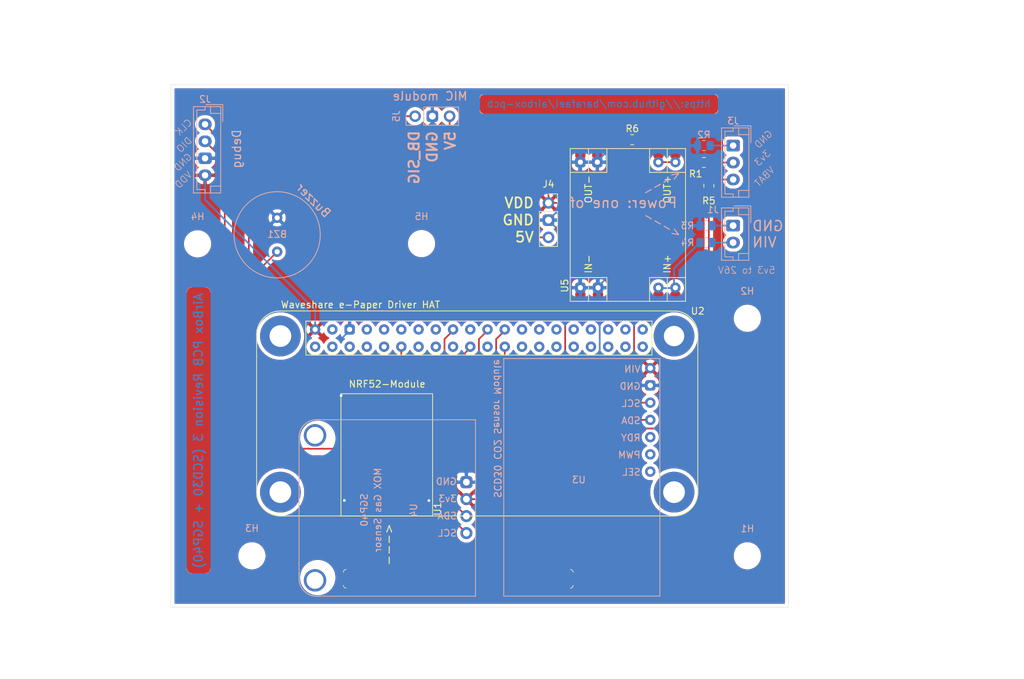
<source format=kicad_pcb>
(kicad_pcb (version 20171130) (host pcbnew 5.1.10)
  (layers (0 F.Cu signal) (31 B.Cu signal) (34 B.Paste user) (35 F.Paste user) (36 B.SilkS user) (37 F.SilkS user) (38 B.Mask user) (39 F.Mask user) (44 Edge.Cuts user))
  (net 0 "")
  (net 1 "Net-(U1-Pad48)")
  (net 2 "Net-(U1-Pad47)")
  (net 3 "Net-(U1-Pad46)")
  (net 4 "Net-(U1-Pad45)")
  (net 5 "Net-(U1-Pad34)")
  (net 6 "Net-(U1-Pad31)")
  (net 7 "Net-(U1-Pad30)")
  (net 8 "Net-(U1-Pad29)")
  (net 9 "Net-(U1-Pad28)")
  (net 10 "Net-(U1-Pad27)")
  (net 11 "Net-(U1-Pad26)")
  (net 12 "Net-(U1-Pad25)")
  (net 13 "Net-(U1-Pad24)")
  (net 14 "Net-(U1-Pad23)")
  (net 15 "Net-(U1-Pad22)")
  (net 16 "Net-(U1-Pad21)")
  (net 17 "Net-(U1-Pad20)")
  (net 18 "Net-(U1-Pad19)")
  (net 19 "Net-(U1-Pad18)")
  (net 20 "Net-(U1-Pad17)")
  (net 21 "Net-(U1-Pad16)")
  (net 22 "Net-(U1-Pad15)")
  (net 23 "Net-(U1-Pad14)")
  (net 24 "Net-(U1-Pad7)")
  (net 25 "Net-(U1-Pad6)")
  (net 26 GND)
  (net 27 CS)
  (net 28 DIN)
  (net 29 CLK)
  (net 30 SWDCLK)
  (net 31 SWDIO)
  (net 32 DC)
  (net 33 BUSY)
  (net 34 RST)
  (net 35 VDD)
  (net 36 "Net-(U3-Pad7)")
  (net 37 "Net-(U3-Pad6)")
  (net 38 "Net-(U3-Pad5)")
  (net 39 SCL_SCD30)
  (net 40 SDA_SCD30)
  (net 41 SCL_SGP40)
  (net 42 SDA_SGP40)
  (net 43 VIN)
  (net 44 VBAT)
  (net 45 "Net-(U1-Pad11)")
  (net 46 "Net-(U1-Pad10)")
  (net 47 "Net-(U1-Pad39)")
  (net 48 "Net-(U1-Pad41)")
  (net 49 "Net-(U1-Pad36)")
  (net 50 "Net-(U1-Pad40)")
  (net 51 "Net-(U1-Pad35)")
  (net 52 "Net-(U1-Pad9)")
  (net 53 "Net-(J3-Pad2)")
  (net 54 "Net-(J1-Pad2)")
  (net 55 "Net-(J1-Pad1)")
  (net 56 "Net-(J3-Pad1)")
  (net 57 BUZ_SIG)
  (net 58 5V)
  (net 59 "Net-(U1-Pad8)")
  (net 60 "Net-(U1-Pad12)")
  (net 61 "Net-(U1-Pad13)")
  (net 62 DB_SIG)
  (net 63 "Net-(J3-Pad3)")
  (net 64 "Net-(R6-Pad1)")
  (module sgp40-adafruit-breakout:sgp40-sparkx-breakout (layer B.Cu) (at 154.84 143.04 90)
    (fp_text reference U4 (at 12.65 -9.13 -90) (layer B.SilkS) (effects (justify mirror)))
    (fp_text value SGP40)
    (fp_text user GND (at 16.9 -4.3 180) (layer B.SilkS) (effects (justify mirror)))
    (fp_text user 3v3 (at 14.366666 -4.109524 180) (layer B.SilkS) (effects (justify mirror)))
    (fp_text user SDA (at 11.833333 -4.180952 180) (layer B.SilkS) (effects (justify mirror)))
    (fp_text user SCL (at 9.3 -4.157143) (layer B.SilkS) (effects (justify mirror)))
    (fp_text user SGP40 (at 12.7 -16.4 -90) (layer B.SilkS) (effects (justify mirror)))
    (fp_text user "MOX Gas Sensor" (at 12.7 -14.4 -90) (layer B.SilkS) (effects (justify mirror)))
    (pad M1 thru_hole circle (at 2.3389 -23.6464 270) (size 3.3 3.3) (drill 2.5) (layers *.Cu *.Mask))
    (pad M2 thru_hole circle (at 23.7 -23.6464 270) (size 3.3 3.3) (drill 2.5) (layers *.Cu *.Mask))
    (pad 1 thru_hole roundrect (at 16.8 -1.3464 270) (size 1.778 1.778) (drill 1) (layers *.Cu *.Mask) (net 26 GND))
    (pad 2 thru_hole circle (at 14.3 -1.3464 270) (size 1.778 1.778) (drill 1) (layers *.Cu *.Mask) (net 35 VDD))
    (pad 3 thru_hole circle (at 11.8 -1.3464 270) (size 1.778 1.778) (drill 1) (layers *.Cu *.Mask) (net 42 SDA_SGP40))
    (pad 4 thru_hole circle (at 9.3 -1.3464 270) (size 1.778 1.778) (drill 1) (layers *.Cu *.Mask) (net 41 SCL_SGP40))
  )
  (module ils-dcdc:ils-3v3dcdc (layer F.Cu) (at 168.79 99.59 90)
    (fp_text reference U5 (at 2.3 -0.8 90) (layer F.SilkS))
    (fp_text value ils-dcdc)
    (fp_text user OUT+ (at 16.5 14.3 90) (layer F.SilkS))
    (fp_text user IN+ (at 5.5 14.3 90) (layer F.SilkS))
    (fp_text user OUT- (at 16.5 2.7 90) (layer F.SilkS))
    (fp_text user IN- (at 5.5 2.7 90) (layer F.SilkS))
    (pad 4 smd roundrect (at 22 4 90) (size 1.9 1.524) (layers F.Cu F.Paste F.Mask) (net 26 GND))
    (pad 3 smd roundrect (at 22 15.5 90) (size 1.9 1.524) (layers F.Cu F.Paste F.Mask) (net 64 "Net-(R6-Pad1)"))
    (pad 1 smd roundrect (at 0.5 15.5 90) (size 1.9 1.524) (layers F.Cu F.Paste F.Mask) (net 43 VIN))
    (pad 1 smd roundrect (at 0.5 13 90) (size 1.9 1.524) (layers F.Cu F.Paste F.Mask) (net 43 VIN))
    (pad 2 smd roundrect (at 0.5 4.1 90) (size 1.9 1.524) (layers F.Cu F.Paste F.Mask) (net 26 GND))
    (pad 2 smd roundrect (at 0.5 1.5 90) (size 1.9 1.524) (layers F.Cu F.Paste F.Mask) (net 26 GND))
    (pad 4 smd roundrect (at 22 1.5 90) (size 1.9 1.524) (layers F.Cu F.Paste F.Mask) (net 26 GND))
    (pad 3 smd roundrect (at 22 13 90) (size 1.9 1.524) (layers F.Cu F.Paste F.Mask) (net 64 "Net-(R6-Pad1)"))
    (pad 3 thru_hole circle (at 20.5 15.5 90) (size 1.524 1.524) (drill 0.762) (layers *.Cu *.Mask) (net 64 "Net-(R6-Pad1)"))
    (pad 4 thru_hole roundrect (at 20.5 4 90) (size 1.524 1.524) (drill 0.762) (layers *.Cu *.Mask) (net 26 GND))
    (pad 4 thru_hole roundrect (at 20.5 1.5 90) (size 1.524 1.524) (drill 0.762) (layers *.Cu *.Mask) (net 26 GND))
    (pad 3 thru_hole circle (at 20.5 13 90) (size 1.524 1.524) (drill 0.762) (layers *.Cu *.Mask) (net 64 "Net-(R6-Pad1)"))
    (pad 1 thru_hole circle (at 2 15.5 90) (size 1.524 1.524) (drill 0.762) (layers *.Cu *.Mask) (net 43 VIN))
    (pad 1 thru_hole circle (at 2 13 90) (size 1.524 1.524) (drill 0.762) (layers *.Cu *.Mask) (net 43 VIN))
    (pad 2 thru_hole roundrect (at 2 4.1 90) (size 1.524 1.524) (drill 0.762) (layers *.Cu *.Mask) (net 26 GND))
    (pad 2 thru_hole roundrect (at 2 1.5 90) (size 1.524 1.524) (drill 0.762) (layers *.Cu *.Mask) (net 26 GND))
  )
  (module Resistor_SMD:R_0805_2012Metric (layer F.Cu) (at 177.92 75.78 180)
    (fp_text reference R6 (at -0.02 1.63) (layer F.SilkS))
    (fp_text value 0)
    (pad 2 smd roundrect (at 0.9125 0 180) (size 1.025 1.4) (layers F.Cu F.Paste F.Mask) (roundrect_rratio 0.243902) (net 35 VDD))
    (pad 1 smd roundrect (at -0.9125 0 180) (size 1.025 1.4) (layers F.Cu F.Paste F.Mask) (roundrect_rratio 0.243902) (net 64 "Net-(R6-Pad1)"))
  )
  (module MountingHole:MountingHole_3mm (layer F.Cu) (at 146.89 91.09)
    (fp_text reference H5 (at 0 -4) (layer B.SilkS) (effects (justify mirror)))
    (fp_text value MountingHole)
    (pad 1 np_thru_hole circle (at 0 0) (size 3 3) (drill 3) (layers *.Cu *.Mask))
  )
  (module sensirion-scd30:scd30 (layer B.Cu) (at 182 143.03 180)
    (fp_text reference U3 (at 11.93 17.135) (layer B.SilkS) (effects (justify mirror)))
    (fp_text value SCD30)
    (fp_text user SEL (at 4.192857 18.27 180) (layer B.SilkS) (effects (justify mirror)))
    (fp_text user PWM (at 4.502381 20.8 180) (layer B.SilkS) (effects (justify mirror)))
    (fp_text user RDY (at 4.288095 23.33 180) (layer B.SilkS) (effects (justify mirror)))
    (fp_text user SDA (at 4.264286 25.86 180) (layer B.SilkS) (effects (justify mirror)))
    (fp_text user SCL (at 4.240476 28.39 180) (layer B.SilkS) (effects (justify mirror)))
    (fp_text user GND (at 4.383333 30.92 180) (layer B.SilkS) (effects (justify mirror)))
    (fp_text user VIN (at 4.05 33.45 180) (layer B.SilkS) (effects (justify mirror)))
    (fp_text user "SCD30 CO2 Sensor Module" (at 23.93 24.7 -90 unlocked) (layer B.SilkS) (effects (justify mirror)))
    (pad 4 thru_hole circle (at 1.41 25.97 180) (size 1.524 1.524) (drill 0.8) (layers *.Cu *.Mask) (net 40 SDA_SCD30))
    (pad 5 thru_hole circle (at 1.41 23.43 180) (size 1.524 1.524) (drill 0.8) (layers *.Cu *.Mask) (net 38 "Net-(U3-Pad5)"))
    (pad 3 thru_hole circle (at 1.41 28.51 180) (size 1.524 1.524) (drill 0.8) (layers *.Cu *.Mask) (net 39 SCL_SCD30))
    (pad 2 thru_hole roundrect (at 1.41 31.05 180) (size 1.524 1.524) (drill 0.8) (layers *.Cu *.Mask) (net 26 GND))
    (pad 7 thru_hole circle (at 1.41 18.35 180) (size 1.524 1.524) (drill 0.8) (layers *.Cu *.Mask) (net 36 "Net-(U3-Pad7)"))
    (pad 6 thru_hole circle (at 1.41 20.89 180) (size 1.524 1.524) (drill 0.8) (layers *.Cu *.Mask) (net 37 "Net-(U3-Pad6)"))
    (pad 1 thru_hole circle (at 1.41 33.59 180) (size 1.524 1.524) (drill 0.8) (layers *.Cu *.Mask) (net 35 VDD))
  )
  (module waveshare-epaper-module:epaper-module (layer F.Cu) (at 187.59 101.01 180)
    (fp_text reference U2 (at 0.011 -0.0185) (layer F.SilkS))
    (fp_text value epaper-module)
    (fp_text user "Waveshare e-Paper Driver HAT" (at 49.7 0.92) (layer F.SilkS))
    (pad "" np_thru_hole circle (at 3.5 -3.7 270) (size 6 6) (drill 3) (layers *.Cu *.Mask))
    (pad "" thru_hole circle (at 56.38 -5.27 270) (size 1.524 1.524) (drill 0.762) (layers *.Cu *.Mask))
    (pad 8 thru_hole circle (at 56.38 -2.73 270) (size 1.524 1.524) (drill 0.762) (layers *.Cu *.Mask) (net 35 VDD))
    (pad "" thru_hole circle (at 53.84 -5.27 270) (size 1.524 1.524) (drill 0.762) (layers *.Cu *.Mask))
    (pad "" thru_hole circle (at 53.84 -2.73 270) (size 1.524 1.524) (drill 0.762) (layers *.Cu *.Mask))
    (pad "" thru_hole circle (at 51.3 -5.27 270) (size 1.524 1.524) (drill 0.762) (layers *.Cu *.Mask))
    (pad 7 thru_hole roundrect (at 51.3 -2.73 270) (size 1.524 1.524) (drill 0.762) (layers *.Cu *.Mask) (net 26 GND))
    (pad "" thru_hole circle (at 48.76 -5.27 270) (size 1.524 1.524) (drill 0.762) (layers *.Cu *.Mask))
    (pad "" thru_hole circle (at 48.76 -2.73 270) (size 1.524 1.524) (drill 0.762) (layers *.Cu *.Mask))
    (pad "" thru_hole circle (at 46.22 -5.27 270) (size 1.524 1.524) (drill 0.762) (layers *.Cu *.Mask))
    (pad "" thru_hole circle (at 46.22 -2.73 270) (size 1.524 1.524) (drill 0.762) (layers *.Cu *.Mask))
    (pad 2 thru_hole circle (at 43.68 -5.27 270) (size 1.524 1.524) (drill 0.762) (layers *.Cu *.Mask) (net 34 RST))
    (pad "" thru_hole circle (at 43.68 -2.73 270) (size 1.524 1.524) (drill 0.762) (layers *.Cu *.Mask))
    (pad "" thru_hole circle (at 41.14 -5.27 270) (size 1.524 1.524) (drill 0.762) (layers *.Cu *.Mask))
    (pad "" thru_hole circle (at 41.14 -2.73 270) (size 1.524 1.524) (drill 0.762) (layers *.Cu *.Mask))
    (pad "" thru_hole circle (at 38.6 -5.27 270) (size 1.524 1.524) (drill 0.762) (layers *.Cu *.Mask))
    (pad "" thru_hole circle (at 38.6 -2.73 270) (size 1.524 1.524) (drill 0.762) (layers *.Cu *.Mask))
    (pad "" thru_hole circle (at 36.06 -5.27 270) (size 1.524 1.524) (drill 0.762) (layers *.Cu *.Mask))
    (pad 1 thru_hole circle (at 36.06 -2.73 270) (size 1.524 1.524) (drill 0.762) (layers *.Cu *.Mask) (net 33 BUSY))
    (pad 6 thru_hole circle (at 33.52 -5.27 270) (size 1.524 1.524) (drill 0.762) (layers *.Cu *.Mask) (net 28 DIN))
    (pad "" thru_hole circle (at 33.52 -2.73 270) (size 1.524 1.524) (drill 0.762) (layers *.Cu *.Mask))
    (pad "" thru_hole circle (at 30.98 -5.27 270) (size 1.524 1.524) (drill 0.762) (layers *.Cu *.Mask))
    (pad 3 thru_hole circle (at 30.98 -2.73 270) (size 1.524 1.524) (drill 0.762) (layers *.Cu *.Mask) (net 32 DC))
    (pad 5 thru_hole circle (at 28.44 -5.27 270) (size 1.524 1.524) (drill 0.762) (layers *.Cu *.Mask) (net 29 CLK))
    (pad 4 thru_hole circle (at 28.44 -2.73 270) (size 1.524 1.524) (drill 0.762) (layers *.Cu *.Mask) (net 27 CS))
    (pad "" thru_hole circle (at 25.9 -5.27 270) (size 1.524 1.524) (drill 0.762) (layers *.Cu *.Mask))
    (pad "" thru_hole circle (at 25.9 -2.73 270) (size 1.524 1.524) (drill 0.762) (layers *.Cu *.Mask))
    (pad "" thru_hole circle (at 23.36 -5.27 270) (size 1.524 1.524) (drill 0.762) (layers *.Cu *.Mask))
    (pad "" thru_hole circle (at 23.36 -2.73 270) (size 1.524 1.524) (drill 0.762) (layers *.Cu *.Mask))
    (pad "" thru_hole circle (at 20.82 -5.27 270) (size 1.524 1.524) (drill 0.762) (layers *.Cu *.Mask))
    (pad "" thru_hole circle (at 20.82 -2.73 270) (size 1.524 1.524) (drill 0.762) (layers *.Cu *.Mask))
    (pad "" thru_hole circle (at 18.28 -5.27 270) (size 1.524 1.524) (drill 0.762) (layers *.Cu *.Mask))
    (pad "" thru_hole circle (at 18.28 -2.73 270) (size 1.524 1.524) (drill 0.762) (layers *.Cu *.Mask))
    (pad "" thru_hole circle (at 15.74 -5.27 270) (size 1.524 1.524) (drill 0.762) (layers *.Cu *.Mask))
    (pad "" thru_hole circle (at 15.74 -2.73 270) (size 1.524 1.524) (drill 0.762) (layers *.Cu *.Mask))
    (pad "" thru_hole circle (at 13.2 -5.27 270) (size 1.524 1.524) (drill 0.762) (layers *.Cu *.Mask))
    (pad "" thru_hole circle (at 13.2 -2.73 270) (size 1.524 1.524) (drill 0.762) (layers *.Cu *.Mask))
    (pad "" thru_hole circle (at 10.66 -5.27 270) (size 1.524 1.524) (drill 0.762) (layers *.Cu *.Mask))
    (pad "" thru_hole circle (at 10.66 -2.73 270) (size 1.524 1.524) (drill 0.762) (layers *.Cu *.Mask))
    (pad "" thru_hole circle (at 8.12 -5.27 270) (size 1.524 1.524) (drill 0.762) (layers *.Cu *.Mask))
    (pad "" thru_hole circle (at 8.12 -2.73 270) (size 1.524 1.524) (drill 0.762) (layers *.Cu *.Mask))
    (pad "" np_thru_hole circle (at 61.5 -3.7 270) (size 6 6) (drill 3.2) (layers *.Cu *.Mask))
    (pad "" np_thru_hole circle (at 61.5 -26.7 270) (size 6 6) (drill 3.2) (layers *.Cu *.Mask))
    (pad "" np_thru_hole circle (at 3.5 -26.7 270) (size 6 6) (drill 3.2) (layers *.Cu *.Mask))
  )
  (module nrf52840-waveshare:nrf52-waveshare (layer F.Cu) (at 148.51746 131.20798 180)
    (fp_text reference U1 (at -0.748 1.024 90) (layer F.SilkS))
    (fp_text value NRF52840)
    (fp_text user NRF52-Module (at 6.7 19.425 180) (layer F.SilkS))
    (pad 44 smd rect (at 13.35 16.5 180) (size 1 0.7) (layers F.Cu F.Paste F.Mask) (net 26 GND))
    (pad 43 smd rect (at 13.35 15.4 180) (size 1 0.7) (layers F.Cu F.Paste F.Mask) (net 57 BUZ_SIG))
    (pad 42 smd rect (at 13.35 14.3 180) (size 1 0.7) (layers F.Cu F.Paste F.Mask) (net 62 DB_SIG))
    (pad 41 smd rect (at 13.35 13.2 180) (size 1 0.7) (layers F.Cu F.Paste F.Mask) (net 48 "Net-(U1-Pad41)"))
    (pad 40 smd rect (at 13.35 12.1 180) (size 1 0.7) (layers F.Cu F.Paste F.Mask) (net 50 "Net-(U1-Pad40)"))
    (pad 39 smd rect (at 13.35 11 180) (size 1 0.7) (layers F.Cu F.Paste F.Mask) (net 47 "Net-(U1-Pad39)"))
    (pad 38 smd rect (at 13.35 9.9 180) (size 1 0.7) (layers F.Cu F.Paste F.Mask) (net 30 SWDCLK))
    (pad 37 smd rect (at 13.35 8.8 180) (size 1 0.7) (layers F.Cu F.Paste F.Mask) (net 31 SWDIO))
    (pad 36 smd rect (at 13.35 7.7 180) (size 1 0.7) (layers F.Cu F.Paste F.Mask) (net 49 "Net-(U1-Pad36)"))
    (pad 35 smd rect (at 13.35 6.6 180) (size 1 0.7) (layers F.Cu F.Paste F.Mask) (net 51 "Net-(U1-Pad35)"))
    (pad 34 smd rect (at 13.35 5.5 180) (size 1 0.7) (layers F.Cu F.Paste F.Mask) (net 5 "Net-(U1-Pad34)"))
    (pad 33 smd rect (at 13.35 4.4 180) (size 1 0.7) (layers F.Cu F.Paste F.Mask) (net 44 VBAT))
    (pad 32 smd rect (at 13.35 3.3 180) (size 1 0.7) (layers F.Cu F.Paste F.Mask) (net 26 GND))
    (pad 31 smd rect (at 11.025 14.3 180) (size 1 0.7) (layers F.Cu F.Paste F.Mask) (net 6 "Net-(U1-Pad31)"))
    (pad 30 smd rect (at 11.025 13.2 180) (size 1 0.7) (layers F.Cu F.Paste F.Mask) (net 7 "Net-(U1-Pad30)"))
    (pad 29 smd rect (at 11.025 12.1 180) (size 1 0.7) (layers F.Cu F.Paste F.Mask) (net 8 "Net-(U1-Pad29)"))
    (pad 28 smd rect (at 11.025 11 180) (size 1 0.7) (layers F.Cu F.Paste F.Mask) (net 9 "Net-(U1-Pad28)"))
    (pad 27 smd rect (at 11.025 9.9 180) (size 1 0.7) (layers F.Cu F.Paste F.Mask) (net 10 "Net-(U1-Pad27)"))
    (pad 26 smd rect (at 11.025 8.8 180) (size 1 0.7) (layers F.Cu F.Paste F.Mask) (net 11 "Net-(U1-Pad26)"))
    (pad 25 smd rect (at 11.025 7.7 180) (size 1 0.7) (layers F.Cu F.Paste F.Mask) (net 12 "Net-(U1-Pad25)"))
    (pad 24 smd rect (at 11.025 6.6 180) (size 1 0.7) (layers F.Cu F.Paste F.Mask) (net 13 "Net-(U1-Pad24)"))
    (pad 23 smd rect (at 11.025 5.5 180) (size 1 0.7) (layers F.Cu F.Paste F.Mask) (net 14 "Net-(U1-Pad23)"))
    (pad 22 smd rect (at 2.525 14.3 180) (size 1 0.7) (layers F.Cu F.Paste F.Mask) (net 15 "Net-(U1-Pad22)"))
    (pad 21 smd rect (at 2.525 13.2 180) (size 1 0.7) (layers F.Cu F.Paste F.Mask) (net 16 "Net-(U1-Pad21)"))
    (pad 20 smd rect (at 2.525 12.1 180) (size 1 0.7) (layers F.Cu F.Paste F.Mask) (net 17 "Net-(U1-Pad20)"))
    (pad 19 smd rect (at 2.525 11 180) (size 1 0.7) (layers F.Cu F.Paste F.Mask) (net 18 "Net-(U1-Pad19)"))
    (pad 18 smd rect (at 2.525 9.9 180) (size 1 0.7) (layers F.Cu F.Paste F.Mask) (net 19 "Net-(U1-Pad18)"))
    (pad 17 smd rect (at 2.525 8.8 180) (size 1 0.7) (layers F.Cu F.Paste F.Mask) (net 20 "Net-(U1-Pad17)"))
    (pad 16 smd rect (at 2.525 7.7 180) (size 1 0.7) (layers F.Cu F.Paste F.Mask) (net 21 "Net-(U1-Pad16)"))
    (pad 15 smd rect (at 2.525 6.6 180) (size 1 0.7) (layers F.Cu F.Paste F.Mask) (net 22 "Net-(U1-Pad15)"))
    (pad 14 smd rect (at 2.525 5.5 180) (size 1 0.7) (layers F.Cu F.Paste F.Mask) (net 23 "Net-(U1-Pad14)"))
    (pad 13 smd rect (at 0.15 16.5 180) (size 1 0.7) (layers F.Cu F.Paste F.Mask) (net 61 "Net-(U1-Pad13)"))
    (pad 12 smd rect (at 0.15 15.4 180) (size 1 0.7) (layers F.Cu F.Paste F.Mask) (net 60 "Net-(U1-Pad12)"))
    (pad 11 smd rect (at 0.15 14.3 180) (size 1 0.7) (layers F.Cu F.Paste F.Mask) (net 45 "Net-(U1-Pad11)"))
    (pad 10 smd rect (at 0.15 13.2 180) (size 1 0.7) (layers F.Cu F.Paste F.Mask) (net 46 "Net-(U1-Pad10)"))
    (pad 9 smd rect (at 0.15 12.1 180) (size 1 0.7) (layers F.Cu F.Paste F.Mask) (net 52 "Net-(U1-Pad9)"))
    (pad 8 smd rect (at 0.15 11 180) (size 1 0.7) (layers F.Cu F.Paste F.Mask) (net 59 "Net-(U1-Pad8)"))
    (pad 7 smd rect (at 0.15 9.9 180) (size 1 0.7) (layers F.Cu F.Paste F.Mask) (net 24 "Net-(U1-Pad7)"))
    (pad 6 smd rect (at 0.15 8.8 180) (size 1 0.7) (layers F.Cu F.Paste F.Mask) (net 25 "Net-(U1-Pad6)"))
    (pad 5 smd rect (at 0.15 7.7 180) (size 1 0.7) (layers F.Cu F.Paste F.Mask) (net 39 SCL_SCD30))
    (pad 4 smd rect (at 0.15 6.6 180) (size 1 0.7) (layers F.Cu F.Paste F.Mask) (net 40 SDA_SCD30))
    (pad 3 smd rect (at 0.15 5.5 180) (size 1 0.7) (layers F.Cu F.Paste F.Mask) (net 42 SDA_SGP40))
    (pad 2 smd rect (at 0.15 4.4 180) (size 1 0.7) (layers F.Cu F.Paste F.Mask) (net 41 SCL_SGP40))
    (pad 1 smd rect (at 0.15 3.3 180) (size 1 0.7) (layers F.Cu F.Paste F.Mask) (net 26 GND))
    (pad 46 smd rect (at 11.15 17.9 270) (size 1 0.7) (layers F.Cu F.Paste F.Mask) (net 3 "Net-(U1-Pad46)"))
    (pad 53 smd rect (at 3.45 17.9 270) (size 1 0.7) (layers F.Cu F.Paste F.Mask) (net 27 CS))
    (pad 51 smd rect (at 5.65 17.9 270) (size 1 0.7) (layers F.Cu F.Paste F.Mask) (net 28 DIN))
    (pad 52 smd rect (at 4.55 17.9 270) (size 1 0.7) (layers F.Cu F.Paste F.Mask) (net 32 DC))
    (pad 49 smd rect (at 7.85 17.9 270) (size 1 0.7) (layers F.Cu F.Paste F.Mask) (net 34 RST))
    (pad 45 smd rect (at 12.25 17.9 270) (size 1 0.7) (layers F.Cu F.Paste F.Mask) (net 4 "Net-(U1-Pad45)"))
    (pad 47 smd rect (at 10.05 17.9 270) (size 1 0.7) (layers F.Cu F.Paste F.Mask) (net 2 "Net-(U1-Pad47)"))
    (pad 50 smd rect (at 6.75 17.9 270) (size 1 0.7) (layers F.Cu F.Paste F.Mask) (net 33 BUSY))
    (pad 48 smd rect (at 8.95 17.9 270) (size 1 0.7) (layers F.Cu F.Paste F.Mask) (net 1 "Net-(U1-Pad48)"))
    (pad 54 smd rect (at 2.35 17.9 270) (size 1 0.7) (layers F.Cu F.Paste F.Mask) (net 29 CLK))
    (pad 55 smd rect (at 1.25 17.9 270) (size 1 0.7) (layers F.Cu F.Paste F.Mask) (net 35 VDD))
  )
  (module MountingHole:MountingHole_3mm (layer F.Cu) (at 113.89 91.12)
    (fp_text reference H4 (at 0 -4) (layer B.SilkS) (effects (justify mirror)))
    (fp_text value MountingHole)
    (pad 1 np_thru_hole circle (at 0 0) (size 3 3) (drill 3) (layers *.Cu *.Mask))
  )
  (module MountingHole:MountingHole_3mm (layer F.Cu) (at 121.89 137.09)
    (fp_text reference H3 (at 0.01 -4.05) (layer B.SilkS) (effects (justify mirror)))
    (fp_text value MountingHole)
    (pad 1 np_thru_hole circle (at 0 0) (size 3 3) (drill 3) (layers *.Cu *.Mask))
  )
  (module MountingHole:MountingHole_3mm (layer F.Cu) (at 194.89 102.09)
    (fp_text reference H2 (at 0 -4) (layer B.SilkS) (effects (justify mirror)))
    (fp_text value MountingHole)
    (pad 1 np_thru_hole circle (at 0 0) (size 3 3) (drill 3) (layers *.Cu *.Mask))
  )
  (module MountingHole:MountingHole_3mm (layer F.Cu) (at 194.89 137.09)
    (fp_text reference H1 (at 0 -4) (layer B.SilkS) (effects (justify mirror)))
    (fp_text value MountingHole)
    (pad 1 np_thru_hole circle (at 0 0) (size 3 3) (drill 3) (layers *.Cu *.Mask))
  )
  (module Resistor_SMD:R_0805_2012Metric (layer F.Cu) (at 189.22 82.56 270)
    (fp_text reference R5 (at 2.22 0) (layer F.SilkS))
    (fp_text value 0)
    (pad 2 smd roundrect (at 0.9125 0 270) (size 1.025 1.4) (layers F.Cu F.Paste F.Mask) (roundrect_rratio 0.2439014634146341) (net 44 VBAT))
    (pad 1 smd roundrect (at -0.9125 0 270) (size 1.025 1.4) (layers F.Cu F.Paste F.Mask) (roundrect_rratio 0.2439014634146341) (net 63 "Net-(J3-Pad3)"))
  )
  (module PS1240P02BT:PS1240P02BT (layer B.Cu) (at 125.615 89.79)
    (fp_text reference BZ1 (at -0.015 -0.07) (layer B.SilkS) (effects (justify mirror)))
    (fp_text value Buzzer)
    (pad 2 thru_hole circle (at 0 -2.5) (size 1.524 1.524) (drill 0.762) (layers *.Cu *.Mask) (net 26 GND))
    (pad 1 thru_hole circle (at 0 2.5) (size 1.524 1.524) (drill 0.762) (layers *.Cu *.Mask) (net 57 BUZ_SIG))
  )
  (module Connector_PinSocket_2.54mm:PinSocket_1x03_P2.54mm_Vertical (layer B.Cu) (at 145.94 72.315 270)
    (fp_text reference J5 (at 0 2.77 90) (layer B.SilkS) (effects (justify mirror)))
    (fp_text value DecibelMeter)
    (pad 3 thru_hole oval (at 0 -5.08 270) (size 1.7 1.7) (drill 1) (layers *.Cu *.Mask) (net 58 5V))
    (pad 2 thru_hole roundrect (at 0 -2.54 270) (size 1.7 1.7) (drill 1) (layers *.Cu *.Mask) (net 26 GND))
    (pad 1 thru_hole circle (at 0 0 270) (size 1.7 1.7) (drill 1) (layers *.Cu *.Mask) (net 62 DB_SIG))
  )
  (module Connector_PinSocket_2.54mm:PinSocket_1x03_P2.54mm_Vertical (layer F.Cu) (at 165.59 85.09)
    (fp_text reference J4 (at 0 -2.77) (layer F.SilkS))
    (fp_text value PowerConverter)
    (pad 3 thru_hole oval (at 0 5.08) (size 1.7 1.7) (drill 1) (layers *.Cu *.Mask) (net 58 5V))
    (pad 2 thru_hole roundrect (at 0 2.54) (size 1.7 1.7) (drill 1) (layers *.Cu *.Mask) (net 26 GND))
    (pad 1 thru_hole circle (at 0 0) (size 1.7 1.7) (drill 1) (layers *.Cu *.Mask) (net 35 VDD))
  )
  (module Connector_JST:JST_EH_B4B-EH-A_1x04_P2.50mm_Vertical (layer B.Cu) (at 114.99 73.515 270)
    (fp_text reference J2 (at -3.7 0) (layer B.SilkS) (effects (justify mirror)))
    (fp_text value Conn_01x04)
    (pad 1 thru_hole oval (at 0 0 270) (size 1.7 1.95) (drill 0.95) (layers *.Cu *.Mask) (net 30 SWDCLK))
    (pad 2 thru_hole oval (at 2.5 0 270) (size 1.7 1.95) (drill 0.95) (layers *.Cu *.Mask) (net 31 SWDIO))
    (pad 3 thru_hole roundrect (at 5 0 270) (size 1.7 1.95) (drill 0.95) (layers *.Cu *.Mask) (net 26 GND))
    (pad 4 thru_hole oval (at 7.5 0 270) (size 1.7 1.95) (drill 0.95) (layers *.Cu *.Mask) (net 35 VDD))
  )
  (module Connector_JST:JST_EH_B2B-EH-A_1x02_P2.50mm_Vertical (layer B.Cu) (at 192.79 88.435 270)
    (fp_text reference J1 (at -2.345 2.975 180) (layer B.SilkS) (effects (justify mirror)))
    (fp_text value Conn_01x02)
    (pad 1 thru_hole roundrect (at 0 0 270) (size 1.7 2) (drill 1) (layers *.Cu *.Mask) (roundrect_rratio 0.1470588235294118) (net 55 "Net-(J1-Pad1)"))
    (pad 2 thru_hole oval (at 2.5 0 270) (size 1.7 2) (drill 1) (layers *.Cu *.Mask) (net 54 "Net-(J1-Pad2)"))
  )
  (module Resistor_SMD:R_0805_2012Metric (layer B.Cu) (at 188.8 90.94 180)
    (fp_text reference R4 (at 2.71 0) (layer B.SilkS) (effects (justify mirror)))
    (fp_text value 0)
    (pad 1 smd roundrect (at -0.9125 0 180) (size 1.025 1.4) (layers B.Cu B.Paste B.Mask) (roundrect_rratio 0.2439014634146341) (net 54 "Net-(J1-Pad2)"))
    (pad 2 smd roundrect (at 0.9125 0 180) (size 1.025 1.4) (layers B.Cu B.Paste B.Mask) (roundrect_rratio 0.2439014634146341) (net 43 VIN))
  )
  (module Resistor_SMD:R_0805_2012Metric (layer B.Cu) (at 188.8025 88.44 180)
    (fp_text reference R3 (at 2.7325 -0.01 180) (layer B.SilkS) (effects (justify mirror)))
    (fp_text value 0)
    (pad 1 smd roundrect (at -0.9125 0 180) (size 1.025 1.4) (layers B.Cu B.Paste B.Mask) (roundrect_rratio 0.2439014634146341) (net 55 "Net-(J1-Pad1)"))
    (pad 2 smd roundrect (at 0.9125 0 180) (size 1.025 1.4) (layers B.Cu B.Paste B.Mask) (roundrect_rratio 0.2439014634146341) (net 26 GND))
  )
  (module Resistor_SMD:R_0805_2012Metric (layer B.Cu) (at 188.49 76.645 180)
    (fp_text reference R2 (at 0 1.58) (layer B.SilkS) (effects (justify mirror)))
    (fp_text value 0)
    (pad 1 smd roundrect (at -0.9125 0 180) (size 1.025 1.4) (layers B.Cu B.Paste B.Mask) (roundrect_rratio 0.2439014634146341) (net 56 "Net-(J3-Pad1)"))
    (pad 2 smd roundrect (at 0.9125 0 180) (size 1.025 1.4) (layers B.Cu B.Paste B.Mask) (roundrect_rratio 0.2439014634146341) (net 26 GND))
  )
  (module Resistor_SMD:R_0805_2012Metric (layer F.Cu) (at 188.49 79.145 180)
    (fp_text reference R1 (at 1.21 -1.665 180) (layer F.SilkS))
    (fp_text value 0)
    (pad 1 smd roundrect (at -0.9125 0 180) (size 1.025 1.4) (layers F.Cu F.Paste F.Mask) (roundrect_rratio 0.2439014634146341) (net 53 "Net-(J3-Pad2)"))
    (pad 2 smd roundrect (at 0.9125 0 180) (size 1.025 1.4) (layers F.Cu F.Paste F.Mask) (roundrect_rratio 0.2439014634146341) (net 35 VDD))
  )
  (module Connector_JST:JST_EH_B3B-EH-A_1x03_P2.50mm_Vertical (layer B.Cu) (at 192.8 76.645 270)
    (fp_text reference J3 (at -3.63 -0.015 180) (layer B.SilkS) (effects (justify mirror)))
    (fp_text value Conn_01x03)
    (pad 1 thru_hole roundrect (at 0 0 270) (size 1.7 1.95) (drill 0.95) (layers *.Cu *.Mask) (roundrect_rratio 0.1470588235294118) (net 56 "Net-(J3-Pad1)"))
    (pad 2 thru_hole oval (at 2.5 0 270) (size 1.7 1.95) (drill 0.95) (layers *.Cu *.Mask) (net 53 "Net-(J3-Pad2)"))
    (pad 3 thru_hole oval (at 5 0 270) (size 1.7 1.95) (drill 0.95) (layers *.Cu *.Mask) (net 63 "Net-(J3-Pad3)"))
  )
  (gr_text Buzzer (at 130.98 84.72 315) (layer B.SilkS) (effects (font (size 1.25 1.25) (thickness 0.18)) (justify mirror)))
  (gr_text ---> (at 182.375 82.27 -150) (layer B.SilkS) (effects (font (size 1.25 1.25)) (justify mirror)))
  (gr_text ---> (at 182.3 88.44 150) (layer B.SilkS) (effects (font (size 1.25 1.25)) (justify mirror)))
  (gr_text "Power: one of" (at 176.6 85.08) (layer B.SilkS) (effects (font (size 1.5 1.5) (thickness 0.2)) (justify mirror)))
  (gr_text "MIC module" (at 148.14 69.36) (layer B.SilkS) (effects (font (size 1.25 1.25) (thickness 0.18)) (justify mirror)))
  (gr_text Debug (at 119.65 77.14 90) (layer B.SilkS) (effects (font (size 1.25 1.25) (thickness 0.18)) (justify mirror)))
  (gr_text ---> (at 142.03 135.43 90) (layer F.SilkS) (effects (font (size 1.25 1.25))))
  (gr_text https://github.com/barafael/airbox-fw (at 152.25 140.475) (layer F.Cu) (effects (font (size 1.05 1.05) (thickness 0.14))))
  (gr_arc (start 135.78 141.435) (end 135.37 141.435) (angle -90) (layer F.SilkS) (width 0.1))
  (gr_arc (start 168.81 139.515) (end 169.22 139.515) (angle -90) (layer F.SilkS) (width 0.1))
  (gr_arc (start 168.81 141.445) (end 168.81 141.855) (angle -90) (layer F.SilkS) (width 0.1))
  (gr_arc (start 135.78 139.505) (end 135.78 139.095) (angle -90) (layer F.SilkS) (width 0.1))
  (gr_arc (start 113.05 98.28) (end 112.3 98.28) (angle 90) (layer B.SilkS) (width 0.05))
  (gr_arc (start 115.05 98.28) (end 115.05 97.53) (angle 90) (layer B.SilkS) (width 0.05))
  (gr_arc (start 115.05 138.93) (end 115.8 138.93) (angle 90) (layer B.SilkS) (width 0.05))
  (gr_arc (start 113.05 138.93) (end 113.05 139.68) (angle 90) (layer B.SilkS) (width 0.05))
  (gr_text 5V (at 151.115 75.915 90) (layer B.SilkS) (effects (font (size 1.5 1.5) (thickness 0.3)) (justify mirror)))
  (gr_text DB_SIG (at 145.79 78.39 90) (layer B.SilkS) (effects (font (size 1.5 1.5) (thickness 0.3)) (justify mirror)))
  (gr_text GND (at 148.4525 76.843572 90) (layer B.SilkS) (effects (font (size 1.5 1.5) (thickness 0.3)) (justify mirror)))
  (gr_text 5V (at 162.050714 90.14) (layer F.SilkS) (effects (font (size 1.5 1.5) (thickness 0.25))))
  (gr_text GND (at 161.122142 87.615) (layer F.SilkS) (effects (font (size 1.5 1.5) (thickness 0.25))))
  (gr_text VDD (at 161.265 85.09) (layer F.SilkS) (effects (font (size 1.5 1.5) (thickness 0.25))))
  (gr_text GND (at 197.268477 75.725 45) (layer B.SilkS) (effects (font (size 1 1) (thickness 0.1)) (justify mirror)))
  (gr_text 3v3 (at 197.13379 78.474999 45) (layer B.SilkS) (effects (font (size 1 1) (thickness 0.1)) (justify mirror)))
  (gr_text VBAT (at 197.42 81.224999 45) (layer B.SilkS) (effects (font (size 1 1) (thickness 0.1)) (justify mirror)))
  (gr_arc (start 155.91 71.495) (end 155.91 71.905) (angle 90) (layer B.SilkS) (width 0.1))
  (gr_arc (start 155.91 69.565) (end 155.5 69.565) (angle 90) (layer B.SilkS) (width 0.1))
  (gr_arc (start 190.13 69.555) (end 190.13 69.145) (angle 90) (layer B.SilkS) (width 0.1))
  (gr_arc (start 190.13 71.485) (end 190.54 71.485) (angle 90) (layer B.SilkS) (width 0.1))
  (gr_text https://github.com/barafael/airbox-pcb (at 173 70.495) (layer B.Cu) (effects (font (size 1.05 1.05) (thickness 0.14)) (justify mirror)))
  (gr_text CLK (at 111.825 73.96 45) (layer B.SilkS) (effects (font (size 1 1) (thickness 0.1)) (justify mirror)))
  (gr_text DIO (at 111.926016 76.536666 45) (layer B.SilkS) (effects (font (size 1 1) (thickness 0.1)) (justify mirror)))
  (gr_text GND (at 111.740821 79.113332 45) (layer B.SilkS) (effects (font (size 1 1) (thickness 0.1)) (justify mirror)))
  (gr_text VDD (at 111.808164 81.689999 45) (layer B.SilkS) (effects (font (size 1 1) (thickness 0.1)) (justify mirror)))
  (gr_text "5v3 to 26V" (at 194.79 95.01) (layer B.SilkS) (effects (font (size 1 1) (thickness 0.1)) (justify mirror)))
  (gr_text "AirBox PCB Revision 3 (SCD30 + SGP40)" (at 114.01 118.665 90) (layer B.Cu) (effects (font (size 1.28 1.28) (thickness 0.2)) (justify mirror)))
  (gr_text VIN (at 197.415 90.89) (layer B.SilkS) (effects (font (size 1.5 1.5) (thickness 0.2)) (justify mirror)))
  (gr_text GND (at 197.915 88.49) (layer B.SilkS) (effects (font (size 1.5 1.5) (thickness 0.2)) (justify mirror)))
  (gr_line (start 109.952 67.682) (end 109.952 144.682) (layer Edge.Cuts) (width 0.05))
  (gr_line (start 109.952 144.682) (end 200.952 144.682) (layer Edge.Cuts) (width 0.05))
  (gr_line (start 200.952 67.682) (end 200.952 144.682) (layer Edge.Cuts) (width 0.05))
  (gr_line (start 109.952 67.682) (end 200.952 67.682) (layer Edge.Cuts) (width 0.05))
  (segment (start 139.56746 113.70798) (end 139.56746 112.95798) (width 0.25) (layer F.Cu) (net 1))
  (segment (start 138.46746 112.95798) (end 138.46746 113.70798) (width 0.25) (layer F.Cu) (net 2))
  (segment (start 137.36746 113.70798) (end 137.36746 112.87298) (width 0.25) (layer F.Cu) (net 3))
  (via (at 147.96746 128.94798) (size 0.8) (drill 0.4) (layers F.Cu B.Cu) (net 26))
  (segment (start 136.286 103.899) (end 135.04 105.145) (width 0.25) (layer B.Cu) (net 26))
  (segment (start 135.03746 114.22798) (end 135.51746 114.70798) (width 0.25) (layer F.Cu) (net 26))
  (segment (start 135.03746 113.47798) (end 135.03746 114.22798) (width 0.25) (layer F.Cu) (net 26))
  (segment (start 172.59 79.14) (end 172.59 77.64) (width 0.25) (layer F.Cu) (net 26))
  (segment (start 170.09 77.64) (end 170.09 79.14) (width 0.25) (layer F.Cu) (net 26))
  (segment (start 172.69 97.64) (end 172.69 99.14) (width 0.25) (layer F.Cu) (net 26))
  (segment (start 170.09 99.14) (end 170.09 97.64) (width 0.25) (layer F.Cu) (net 26))
  (segment (start 172.69 79.24) (end 172.59 79.14) (width 0.25) (layer B.Cu) (net 26))
  (segment (start 172.69 97.64) (end 172.69 79.24) (width 0.25) (layer B.Cu) (net 26))
  (segment (start 170.09 83.13) (end 170.09 79.14) (width 0.25) (layer B.Cu) (net 26))
  (segment (start 165.59 87.63) (end 170.09 83.13) (width 0.25) (layer B.Cu) (net 26))
  (segment (start 170.09 92.13) (end 165.59 87.63) (width 0.25) (layer B.Cu) (net 26))
  (segment (start 170.09 97.64) (end 170.09 92.13) (width 0.25) (layer B.Cu) (net 26))
  (segment (start 181.89 88.44) (end 172.69 97.64) (width 0.25) (layer B.Cu) (net 26))
  (segment (start 187.89 88.44) (end 181.89 88.44) (width 0.25) (layer B.Cu) (net 26))
  (segment (start 175.085 76.645) (end 172.59 79.14) (width 0.25) (layer B.Cu) (net 26))
  (segment (start 187.5775 76.645) (end 175.085 76.645) (width 0.25) (layer B.Cu) (net 26))
  (segment (start 172.59 79.14) (end 170.09 79.14) (width 0.25) (layer B.Cu) (net 26))
  (segment (start 114.99 78.515) (end 116.84 78.515) (width 0.25) (layer B.Cu) (net 26))
  (via (at 135.517471 128.932987) (size 0.8) (drill 0.4) (layers F.Cu B.Cu) (net 26))
  (segment (start 135.51746 128.932976) (end 135.517471 128.932987) (width 0.25) (layer F.Cu) (net 26))
  (segment (start 135.517471 113.957991) (end 135.517471 128.932987) (width 0.25) (layer B.Cu) (net 26))
  (segment (start 135.51746 127.90798) (end 135.51746 128.932976) (width 0.25) (layer F.Cu) (net 26))
  (segment (start 135.532464 128.94798) (end 135.517471 128.932987) (width 0.25) (layer B.Cu) (net 26))
  (segment (start 147.96746 128.94798) (end 135.532464 128.94798) (width 0.25) (layer B.Cu) (net 26))
  (segment (start 135.03746 113.47798) (end 135.517471 113.957991) (width 0.25) (layer B.Cu) (net 26))
  (segment (start 160.215 126.24) (end 153.4936 126.24) (width 0.25) (layer B.Cu) (net 26))
  (segment (start 172.69 97.64) (end 170.09 97.64) (width 0.25) (layer B.Cu) (net 26))
  (segment (start 125.62 87.29) (end 125.615 87.29) (width 0.25) (layer B.Cu) (net 26))
  (segment (start 136.286 97.956) (end 125.62 87.29) (width 0.25) (layer B.Cu) (net 26))
  (segment (start 136.286 103.899) (end 136.286 97.956) (width 0.25) (layer B.Cu) (net 26))
  (segment (start 173.14 98.09) (end 172.69 97.64) (width 0.25) (layer B.Cu) (net 26))
  (segment (start 173.14 107.7) (end 173.14 98.09) (width 0.25) (layer B.Cu) (net 26))
  (segment (start 163.03 87.63) (end 165.59 87.63) (width 0.25) (layer B.Cu) (net 26))
  (segment (start 148.48 73.08) (end 163.03 87.63) (width 0.25) (layer B.Cu) (net 26))
  (segment (start 148.48 72.315) (end 148.48 73.08) (width 0.25) (layer B.Cu) (net 26))
  (segment (start 119.865 75.49) (end 116.84 78.515) (width 0.25) (layer B.Cu) (net 26))
  (segment (start 146.155 75.49) (end 119.865 75.49) (width 0.25) (layer B.Cu) (net 26))
  (segment (start 148.48 73.165) (end 146.155 75.49) (width 0.25) (layer B.Cu) (net 26))
  (segment (start 148.48 72.315) (end 148.48 73.165) (width 0.25) (layer B.Cu) (net 26))
  (segment (start 116.84 78.515) (end 125.615 87.29) (width 0.25) (layer B.Cu) (net 26))
  (segment (start 177.42 111.98) (end 173.14 107.7) (width 0.25) (layer B.Cu) (net 26))
  (segment (start 180.59 111.98) (end 177.42 111.98) (width 0.25) (layer B.Cu) (net 26))
  (segment (start 173.14 113.315) (end 160.215 126.24) (width 0.25) (layer B.Cu) (net 26))
  (segment (start 173.14 107.7) (end 173.14 113.315) (width 0.25) (layer B.Cu) (net 26))
  (via (at 135.03746 113.47798) (size 0.8) (drill 0.4) (layers F.Cu B.Cu) (net 26))
  (segment (start 148.36746 128.54798) (end 147.96746 128.94798) (width 0.25) (layer F.Cu) (net 26))
  (segment (start 148.36746 127.90798) (end 148.36746 128.54798) (width 0.25) (layer F.Cu) (net 26))
  (segment (start 150.67544 126.24) (end 147.96746 128.94798) (width 0.25) (layer B.Cu) (net 26))
  (segment (start 153.4936 126.24) (end 150.67544 126.24) (width 0.25) (layer B.Cu) (net 26))
  (segment (start 145.06746 112.8924) (end 145.06746 113.30798) (width 0.25) (layer F.Cu) (net 27))
  (segment (start 146.56308 111.39678) (end 145.06746 112.8924) (width 0.25) (layer F.Cu) (net 27))
  (segment (start 153.51822 111.39678) (end 146.56308 111.39678) (width 0.25) (layer F.Cu) (net 27))
  (segment (start 157.88 107.035) (end 153.51822 111.39678) (width 0.25) (layer F.Cu) (net 27))
  (segment (start 157.88 105.165) (end 157.88 107.035) (width 0.25) (layer F.Cu) (net 27))
  (segment (start 159.146 103.899) (end 157.88 105.165) (width 0.25) (layer F.Cu) (net 27))
  (segment (start 142.86746 113.70798) (end 142.86746 112.94798) (width 0.25) (layer F.Cu) (net 28))
  (segment (start 142.86746 112.84754) (end 142.86746 113.30798) (width 0.25) (layer F.Cu) (net 28))
  (segment (start 145.98446 109.73054) (end 142.86746 112.84754) (width 0.25) (layer F.Cu) (net 28))
  (segment (start 150.77446 109.73054) (end 145.98446 109.73054) (width 0.25) (layer F.Cu) (net 28))
  (segment (start 154.066 106.439) (end 150.77446 109.73054) (width 0.25) (layer F.Cu) (net 28))
  (segment (start 146.80796 112.20704) (end 146.16746 112.84754) (width 0.25) (layer F.Cu) (net 29))
  (segment (start 154.63796 112.20704) (end 146.80796 112.20704) (width 0.25) (layer F.Cu) (net 29))
  (segment (start 159.146 107.699) (end 154.63796 112.20704) (width 0.25) (layer F.Cu) (net 29))
  (segment (start 146.16746 112.84754) (end 146.16746 113.30798) (width 0.25) (layer F.Cu) (net 29))
  (segment (start 159.146 106.439) (end 159.146 107.699) (width 0.25) (layer F.Cu) (net 29))
  (segment (start 134.41746 121.30798) (end 135.16746 121.30798) (width 0.25) (layer F.Cu) (net 30))
  (segment (start 132.141601 121.315001) (end 132.148622 121.30798) (width 0.25) (layer F.Cu) (net 30))
  (segment (start 130.245599 121.315001) (end 132.141601 121.315001) (width 0.25) (layer F.Cu) (net 30))
  (segment (start 128.49364 121.30798) (end 130.238578 121.30798) (width 0.25) (layer F.Cu) (net 30))
  (segment (start 130.238578 121.30798) (end 130.245599 121.315001) (width 0.25) (layer F.Cu) (net 30))
  (segment (start 119.09298 111.90732) (end 128.49364 121.30798) (width 0.25) (layer F.Cu) (net 30))
  (segment (start 132.148622 121.30798) (end 134.41746 121.30798) (width 0.25) (layer F.Cu) (net 30))
  (segment (start 119.09298 77.61798) (end 119.09298 111.90732) (width 0.25) (layer F.Cu) (net 30))
  (segment (start 114.99 73.515) (end 119.09298 77.61798) (width 0.25) (layer F.Cu) (net 30))
  (segment (start 135.16746 122.40798) (end 134.95245 122.62299) (width 0.25) (layer F.Cu) (net 31))
  (segment (start 134.41746 122.40798) (end 135.16746 122.40798) (width 0.25) (layer F.Cu) (net 31))
  (segment (start 127.77246 122.40798) (end 134.41746 122.40798) (width 0.25) (layer F.Cu) (net 31))
  (segment (start 117.89 112.52552) (end 127.77246 122.40798) (width 0.25) (layer F.Cu) (net 31))
  (segment (start 117.89 78.915) (end 117.89 112.52552) (width 0.25) (layer F.Cu) (net 31))
  (segment (start 114.99 76.015) (end 117.89 78.915) (width 0.25) (layer F.Cu) (net 31))
  (segment (start 152.1711 110.5789) (end 146.2361 110.5789) (width 0.25) (layer F.Cu) (net 32))
  (segment (start 155.34 107.41) (end 152.1711 110.5789) (width 0.25) (layer F.Cu) (net 32))
  (segment (start 146.2361 110.5789) (end 143.96746 112.84754) (width 0.25) (layer F.Cu) (net 32))
  (segment (start 155.34 105.165) (end 155.34 107.41) (width 0.25) (layer F.Cu) (net 32))
  (segment (start 143.96746 112.84754) (end 143.96746 113.30798) (width 0.25) (layer F.Cu) (net 32))
  (segment (start 156.606 103.899) (end 155.34 105.165) (width 0.25) (layer F.Cu) (net 32))
  (segment (start 141.76746 112.95798) (end 141.76746 113.70798) (width 0.25) (layer F.Cu) (net 33))
  (segment (start 141.76746 112.84754) (end 141.76746 113.30798) (width 0.25) (layer F.Cu) (net 33))
  (segment (start 145.76838 108.84662) (end 141.76746 112.84754) (width 0.25) (layer F.Cu) (net 33))
  (segment (start 148.76272 108.84662) (end 145.76838 108.84662) (width 0.25) (layer F.Cu) (net 33))
  (segment (start 150.27 107.33934) (end 148.76272 108.84662) (width 0.25) (layer F.Cu) (net 33))
  (segment (start 150.27 105.155) (end 150.27 107.33934) (width 0.25) (layer F.Cu) (net 33))
  (segment (start 151.526 103.899) (end 150.27 105.155) (width 0.25) (layer F.Cu) (net 33))
  (segment (start 140.66746 112.95798) (end 140.66746 113.70798) (width 0.25) (layer F.Cu) (net 34))
  (segment (start 140.66746 112.83254) (end 140.66746 113.30798) (width 0.25) (layer F.Cu) (net 34))
  (segment (start 143.906 109.594) (end 140.66746 112.83254) (width 0.25) (layer F.Cu) (net 34))
  (segment (start 143.906 106.624) (end 143.906 109.594) (width 0.25) (layer F.Cu) (net 34))
  (segment (start 114.99 84.65) (end 114.99 81.015) (width 0.25) (layer B.Cu) (net 35))
  (segment (start 131.206 100.866) (end 114.99 84.65) (width 0.25) (layer B.Cu) (net 35))
  (segment (start 131.206 103.899) (end 131.206 100.866) (width 0.25) (layer B.Cu) (net 35))
  (segment (start 178.2 101.93) (end 179.43 100.7) (width 0.25) (layer F.Cu) (net 35))
  (segment (start 179.34 100.79) (end 179.43 100.7) (width 0.25) (layer F.Cu) (net 35))
  (segment (start 168.88 100.79) (end 179.34 100.79) (width 0.25) (layer F.Cu) (net 35))
  (segment (start 134.315 100.79) (end 168.29 100.79) (width 0.25) (layer F.Cu) (net 35))
  (segment (start 131.206 103.899) (end 134.315 100.79) (width 0.25) (layer F.Cu) (net 35))
  (segment (start 168.29 100.79) (end 168.88 100.79) (width 0.25) (layer F.Cu) (net 35))
  (segment (start 178.2 107.05) (end 180.59 109.44) (width 0.25) (layer F.Cu) (net 35))
  (segment (start 178.2 101.93) (end 178.2 107.05) (width 0.25) (layer F.Cu) (net 35))
  (segment (start 180.04 118.33) (end 169.63 128.74) (width 0.25) (layer F.Cu) (net 35))
  (segment (start 181.21 118.33) (end 180.04 118.33) (width 0.25) (layer F.Cu) (net 35))
  (segment (start 182.12 117.42) (end 181.21 118.33) (width 0.25) (layer F.Cu) (net 35))
  (segment (start 182.12 110.97) (end 182.12 117.42) (width 0.25) (layer F.Cu) (net 35))
  (segment (start 169.63 128.74) (end 153.4936 128.74) (width 0.25) (layer F.Cu) (net 35))
  (segment (start 180.59 109.44) (end 182.12 110.97) (width 0.25) (layer F.Cu) (net 35))
  (segment (start 175.64 85.09) (end 165.59 85.09) (width 0.25) (layer F.Cu) (net 35))
  (segment (start 179.765 89.215) (end 175.64 85.09) (width 0.25) (layer F.Cu) (net 35))
  (segment (start 179.765 100.365) (end 179.765 89.215) (width 0.25) (layer F.Cu) (net 35))
  (segment (start 179.43 100.7) (end 179.765 100.365) (width 0.25) (layer F.Cu) (net 35))
  (segment (start 177.0075 83.7225) (end 175.64 85.09) (width 0.25) (layer F.Cu) (net 35))
  (segment (start 177.0075 75.78) (end 177.0075 83.7225) (width 0.25) (layer F.Cu) (net 35))
  (segment (start 183 83.7225) (end 177.0075 83.7225) (width 0.25) (layer F.Cu) (net 35))
  (segment (start 187.5775 79.145) (end 183 83.7225) (width 0.25) (layer F.Cu) (net 35))
  (segment (start 113.115 81.015) (end 114.99 81.015) (width 0.25) (layer F.Cu) (net 35))
  (segment (start 111.84 79.74) (end 113.115 81.015) (width 0.25) (layer F.Cu) (net 35))
  (segment (start 113.14524 69.115) (end 111.84 70.42024) (width 0.25) (layer F.Cu) (net 35))
  (segment (start 154.265 69.115) (end 113.14524 69.115) (width 0.25) (layer F.Cu) (net 35))
  (segment (start 111.84 70.42024) (end 111.84 79.74) (width 0.25) (layer F.Cu) (net 35))
  (segment (start 165.59 80.44) (end 154.265 69.115) (width 0.25) (layer F.Cu) (net 35))
  (segment (start 165.59 85.09) (end 165.59 80.44) (width 0.25) (layer F.Cu) (net 35))
  (segment (start 147.34732 113.22812) (end 147.26746 113.30798) (width 0.25) (layer F.Cu) (net 35))
  (segment (start 162.38982 113.22812) (end 147.34732 113.22812) (width 0.25) (layer F.Cu) (net 35))
  (segment (start 168.05 107.56794) (end 162.38982 113.22812) (width 0.25) (layer F.Cu) (net 35))
  (segment (start 168.05 101.62) (end 168.05 107.56794) (width 0.25) (layer F.Cu) (net 35))
  (segment (start 168.88 100.79) (end 168.05 101.62) (width 0.25) (layer F.Cu) (net 35))
  (segment (start 148.36794 123.5075) (end 148.36746 123.50798) (width 0.25) (layer F.Cu) (net 39))
  (segment (start 165.8925 123.5075) (end 148.36794 123.5075) (width 0.25) (layer F.Cu) (net 39))
  (segment (start 174.88 114.52) (end 165.8925 123.5075) (width 0.25) (layer F.Cu) (net 39))
  (segment (start 180.59 114.52) (end 174.88 114.52) (width 0.25) (layer F.Cu) (net 39))
  (segment (start 176.27952 117.06) (end 180.59 117.06) (width 0.25) (layer F.Cu) (net 40))
  (segment (start 168.73154 124.60798) (end 176.27952 117.06) (width 0.25) (layer F.Cu) (net 40))
  (segment (start 148.36746 124.60798) (end 168.73154 124.60798) (width 0.25) (layer F.Cu) (net 40))
  (segment (start 147.96746 126.80798) (end 148.302462 126.80798) (width 0.25) (layer F.Cu) (net 41))
  (segment (start 150.23 130.4764) (end 153.4936 133.74) (width 0.25) (layer F.Cu) (net 41))
  (segment (start 150.23 128.39616) (end 150.23 130.4764) (width 0.25) (layer F.Cu) (net 41))
  (segment (start 148.64182 126.80798) (end 150.23 128.39616) (width 0.25) (layer F.Cu) (net 41))
  (segment (start 148.36746 126.80798) (end 148.64182 126.80798) (width 0.25) (layer F.Cu) (net 41))
  (segment (start 149.39348 125.70798) (end 148.36746 125.70798) (width 0.25) (layer F.Cu) (net 42))
  (segment (start 151.60498 127.91948) (end 149.39348 125.70798) (width 0.25) (layer F.Cu) (net 42))
  (segment (start 151.60498 129.35138) (end 151.60498 127.91948) (width 0.25) (layer F.Cu) (net 42))
  (segment (start 153.4936 131.24) (end 151.60498 129.35138) (width 0.25) (layer F.Cu) (net 42))
  (segment (start 184.09 97.64) (end 184.09 99.14) (width 0.25) (layer F.Cu) (net 43))
  (segment (start 181.59 99.14) (end 181.59 97.64) (width 0.25) (layer F.Cu) (net 43))
  (segment (start 184.09 94.7375) (end 187.8875 90.94) (width 0.25) (layer B.Cu) (net 43))
  (segment (start 184.09 97.64) (end 184.09 94.7375) (width 0.25) (layer B.Cu) (net 43))
  (segment (start 184.09 97.64) (end 181.59 97.64) (width 0.25) (layer B.Cu) (net 43))
  (segment (start 189.22 128.73) (end 189.22 83.4725) (width 0.25) (layer F.Cu) (net 44))
  (segment (start 182.135 135.815) (end 189.22 128.73) (width 0.25) (layer F.Cu) (net 44))
  (segment (start 147.9816 135.815) (end 182.135 135.815) (width 0.25) (layer F.Cu) (net 44))
  (segment (start 138.97458 126.80798) (end 147.9816 135.815) (width 0.25) (layer F.Cu) (net 44))
  (segment (start 135.16746 126.80798) (end 138.97458 126.80798) (width 0.25) (layer F.Cu) (net 44))
  (segment (start 192.8 79.145) (end 189.4025 79.145) (width 0.25) (layer F.Cu) (net 53))
  (segment (start 189.7175 90.935) (end 189.7125 90.94) (width 0.25) (layer B.Cu) (net 54))
  (segment (start 192.79 90.935) (end 189.7175 90.935) (width 0.25) (layer B.Cu) (net 54))
  (segment (start 189.72 88.435) (end 189.715 88.44) (width 0.25) (layer B.Cu) (net 55))
  (segment (start 192.79 88.435) (end 189.72 88.435) (width 0.25) (layer B.Cu) (net 55))
  (segment (start 192.8 76.645) (end 189.4025 76.645) (width 0.25) (layer B.Cu) (net 56))
  (segment (start 130.62634 115.80798) (end 135.16746 115.80798) (width 0.25) (layer F.Cu) (net 57))
  (segment (start 122.4915 107.67314) (end 130.62634 115.80798) (width 0.25) (layer F.Cu) (net 57))
  (segment (start 122.4915 95.4135) (end 122.4915 107.67314) (width 0.25) (layer F.Cu) (net 57))
  (segment (start 125.615 92.29) (end 122.4915 95.4135) (width 0.25) (layer F.Cu) (net 57))
  (segment (start 151.035 72.315) (end 151.02 72.315) (width 0.25) (layer F.Cu) (net 58))
  (segment (start 162.97 90.17) (end 165.59 90.17) (width 0.25) (layer F.Cu) (net 58))
  (segment (start 151.02 78.22) (end 162.97 90.17) (width 0.25) (layer F.Cu) (net 58))
  (segment (start 151.02 72.315) (end 151.02 78.22) (width 0.25) (layer F.Cu) (net 58))
  (segment (start 132.90176 72.315) (end 145.94 72.315) (width 0.25) (layer F.Cu) (net 62))
  (segment (start 121.439989 83.776771) (end 132.90176 72.315) (width 0.25) (layer F.Cu) (net 62))
  (segment (start 121.439989 108.3764) (end 121.439989 83.776771) (width 0.25) (layer F.Cu) (net 62))
  (segment (start 129.971569 116.90798) (end 121.439989 108.3764) (width 0.25) (layer F.Cu) (net 62))
  (segment (start 135.16746 116.90798) (end 129.971569 116.90798) (width 0.25) (layer F.Cu) (net 62))
  (segment (start 192.795 81.64) (end 192.8 81.645) (width 0.25) (layer F.Cu) (net 63))
  (segment (start 192.7975 81.6475) (end 192.8 81.645) (width 0.25) (layer F.Cu) (net 63))
  (segment (start 189.22 81.6475) (end 192.7975 81.6475) (width 0.25) (layer F.Cu) (net 63))
  (segment (start 184.095 79.145) (end 184.09 79.14) (width 0.25) (layer F.Cu) (net 64))
  (segment (start 181.59 77.64) (end 181.59 79.14) (width 0.25) (layer F.Cu) (net 64))
  (segment (start 184.29 79.09) (end 184.29 77.59) (width 0.25) (layer F.Cu) (net 64))
  (segment (start 181.79 79.09) (end 181.79 77.59) (width 0.25) (layer F.Cu) (net 64))
  (segment (start 179.98 75.78) (end 181.79 77.59) (width 0.25) (layer F.Cu) (net 64))
  (segment (start 178.8325 75.78) (end 179.98 75.78) (width 0.25) (layer F.Cu) (net 64))
  (segment (start 181.79 79.09) (end 184.29 79.09) (width 0.25) (layer F.Cu) (net 64))
  (zone (net 35) (net_name VDD) (layer F.Cu) (connect_pads (clearance 0.508)) (min_thickness 0.254) (fill yes (arc_segments 32) (thermal_gap 0.508) (thermal_bridge_width 0.508))
    (polygon (pts (xy 235.654 155.272) (xy 84.778 155.272) (xy 84.778 55.196) (xy 235.654 55.196)))
  )
  (zone (net 26) (net_name GND) (layer B.Cu) (connect_pads (clearance 0.508)) (min_thickness 0.254) (fill yes (arc_segments 32) (thermal_gap 0.508) (thermal_bridge_width 0.508))
    (polygon (pts (xy 235.654 155.272) (xy 84.778 155.272) (xy 84.778 55.196) (xy 235.654 55.196)))
  )
  (zone (net 0) (net_name "") (layer B.Cu) (connect_pads (clearance 0.508)) (min_thickness 0.254)
    (keepout (tracks not_allowed) (vias not_allowed) (copperpour not_allowed))
    (fill (arc_segments 32) (thermal_gap 0.508) (thermal_bridge_width 0.508))
    (polygon (pts (xy 190.22 71.885) (xy 190.29 71.865) (xy 190.37 71.815) (xy 190.44 71.755) (xy 190.5 71.665) (xy 190.53 71.585) (xy 190.54 71.485) (xy 190.54 69.515) (xy 190.53 69.465) (xy 190.51 69.395) (xy 190.47 69.325) (xy 190.43 69.275) (xy 190.37 69.225) (xy 190.31 69.185) (xy 190.22 69.155) (xy 190.13 69.145) (xy 190.04 69.145) (xy 190.04 71.895) (xy 190.13 71.895)))
  )
  (zone (net 0) (net_name "") (layer B.Cu) (connect_pads (clearance 0.508)) (min_thickness 0.254)
    (keepout (tracks not_allowed) (vias not_allowed) (copperpour not_allowed))
    (fill (arc_segments 32) (thermal_gap 0.508) (thermal_bridge_width 0.508))
    (polygon (pts (xy 155.82 69.161722) (xy 155.75 69.181722) (xy 155.67 69.231722) (xy 155.6 69.291722) (xy 155.54 69.381722) (xy 155.51 69.461722) (xy 155.5 69.561722) (xy 155.5 71.531722) (xy 155.51 71.581722) (xy 155.53 71.651722) (xy 155.57 71.721722) (xy 155.61 71.771722) (xy 155.67 71.821722) (xy 155.73 71.861722) (xy 155.82 71.891722) (xy 155.91 71.901722) (xy 156 71.901722) (xy 156 69.151722) (xy 155.91 69.151722)))
  )
  (zone (net 0) (net_name "") (layer B.Cu) (connect_pads (clearance 0.508)) (min_thickness 0.254)
    (keepout (tracks not_allowed) (vias not_allowed) (copperpour not_allowed))
    (fill (arc_segments 32) (thermal_gap 0.508) (thermal_bridge_width 0.508))
    (polygon (pts (xy 115.28 139.65) (xy 115.44 139.57) (xy 115.57 139.47) (xy 115.67 139.35) (xy 115.74 139.22) (xy 115.79 139.06) (xy 115.8 138.93) (xy 115.8 98.2) (xy 115.77 98.06) (xy 115.7 97.91) (xy 115.6 97.77) (xy 115.5 97.68) (xy 115.34 97.59) (xy 115.18 97.54) (xy 115.05 97.53) (xy 113.08 97.53) (xy 112.94 97.54) (xy 112.8 97.57) (xy 112.66 97.64) (xy 112.6 97.68) (xy 112.53 97.735) (xy 112.46 97.82) (xy 112.4 97.91) (xy 112.34 98.04) (xy 112.31 98.17) (xy 112.3 98.28) (xy 112.3 139.02) (xy 112.34 139.17) (xy 112.41 139.32) (xy 112.5 139.44) (xy 112.65 139.56) (xy 112.8 139.64) (xy 112.93 139.67) (xy 113.05 139.68) (xy 115.1 139.68)))
  )
  (zone (net 0) (net_name "") (layer F.Cu) (connect_pads (clearance 0.508)) (min_thickness 0.254)
    (keepout (tracks not_allowed) (vias not_allowed) (copperpour not_allowed))
    (fill (arc_segments 32) (thermal_gap 0.508) (thermal_bridge_width 0.508))
    (polygon (pts (xy 168.9 139.115) (xy 168.97 139.135) (xy 169.05 139.185) (xy 169.12 139.245) (xy 169.18 139.335) (xy 169.21 139.415) (xy 169.22 139.515) (xy 169.22 141.485) (xy 169.21 141.535) (xy 169.19 141.605) (xy 169.15 141.675) (xy 169.11 141.725) (xy 169.05 141.775) (xy 168.99 141.815) (xy 168.9 141.845) (xy 168.81 141.855) (xy 168.72 141.855) (xy 168.72 139.105) (xy 168.81 139.105)))
  )
  (zone (net 0) (net_name "") (layer F.Cu) (connect_pads (clearance 0.508)) (min_thickness 0.254)
    (keepout (tracks not_allowed) (vias not_allowed) (copperpour not_allowed))
    (fill (arc_segments 32) (thermal_gap 0.508) (thermal_bridge_width 0.508))
    (polygon (pts (xy 135.69 141.838278) (xy 135.62 141.818278) (xy 135.54 141.768278) (xy 135.47 141.708278) (xy 135.41 141.618278) (xy 135.38 141.538278) (xy 135.37 141.438278) (xy 135.37 139.468278) (xy 135.38 139.418278) (xy 135.4 139.348278) (xy 135.44 139.278278) (xy 135.48 139.228278) (xy 135.54 139.178278) (xy 135.6 139.138278) (xy 135.69 139.108278) (xy 135.78 139.098278) (xy 135.87 139.098278) (xy 135.87 141.848278) (xy 135.78 141.848278)))
  )
)
</source>
